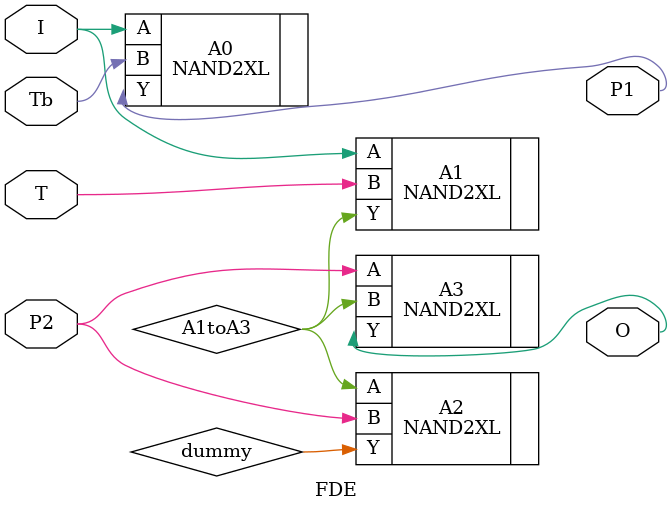
<source format=v>
module FDE (
    input I,
    input T,
    input Tb,
    input P2,
    output O,
    output P1
);
    wire dummy, before_P1;
    wire A1toA3;
    NAND2XL A0(.A(I), .B(Tb), .Y(P1));
    NAND2XL A1(.A(I), .B(T), .Y(A1toA3));
    NAND2XL A2(.A(A1toA3), .B(P2), .Y(dummy));
    NAND2XL A3(.A(P2), .B(A1toA3), .Y(O));
endmodule
</source>
